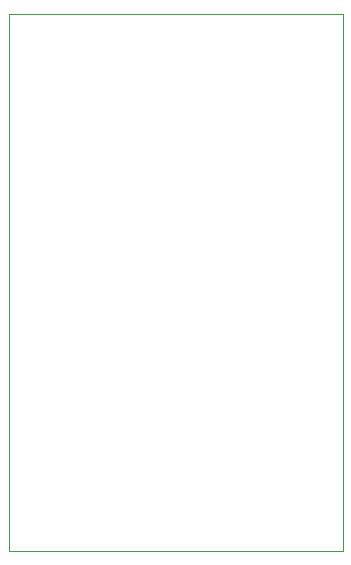
<source format=gm1>
%TF.GenerationSoftware,KiCad,Pcbnew,(5.1.10)-1*%
%TF.CreationDate,2021-07-24T18:54:27+10:00*%
%TF.ProjectId,temperature_logger,74656d70-6572-4617-9475-72655f6c6f67,rev?*%
%TF.SameCoordinates,Original*%
%TF.FileFunction,Profile,NP*%
%FSLAX46Y46*%
G04 Gerber Fmt 4.6, Leading zero omitted, Abs format (unit mm)*
G04 Created by KiCad (PCBNEW (5.1.10)-1) date 2021-07-24 18:54:27*
%MOMM*%
%LPD*%
G01*
G04 APERTURE LIST*
%TA.AperFunction,Profile*%
%ADD10C,0.050000*%
%TD*%
G04 APERTURE END LIST*
D10*
X158300000Y-64500000D02*
X158300000Y-66000000D01*
X130000000Y-64500000D02*
X158300000Y-64500000D01*
X130000000Y-66000000D02*
X130000000Y-64500000D01*
X158300000Y-110000000D02*
X158300000Y-66000000D01*
X130000000Y-66000000D02*
X130000000Y-110000000D01*
X130000000Y-110000000D02*
X158300000Y-110000000D01*
M02*

</source>
